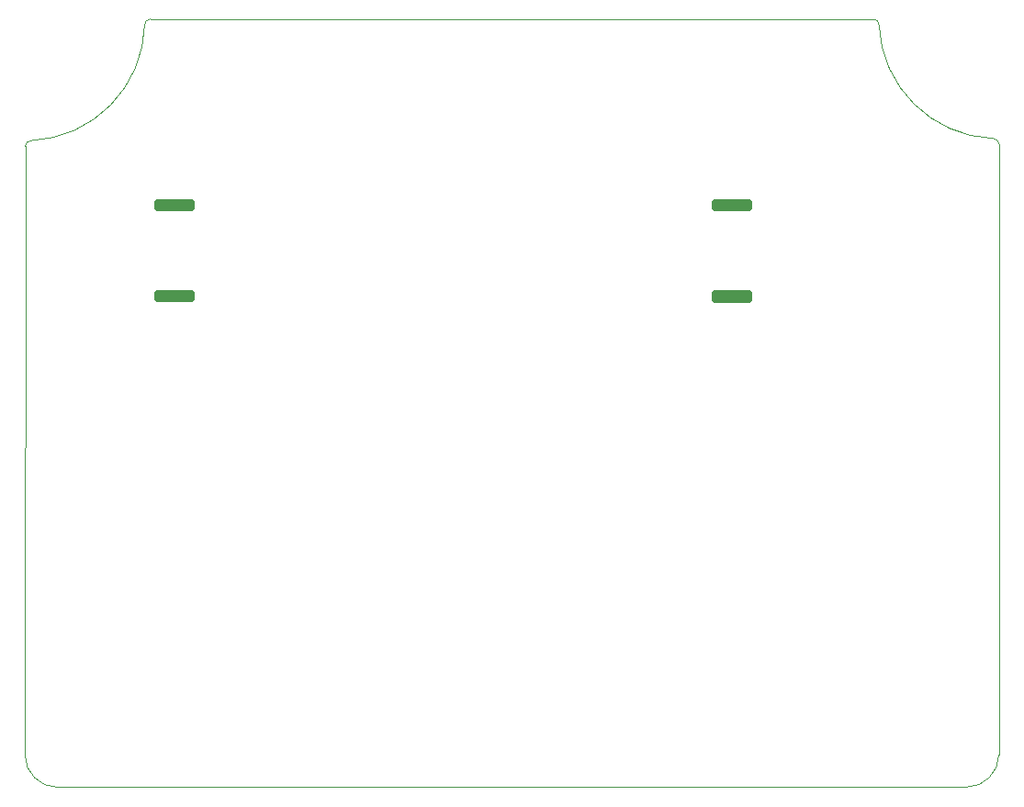
<source format=gbr>
%TF.GenerationSoftware,KiCad,Pcbnew,(6.0.0-0)*%
%TF.CreationDate,2022-01-31T16:21:44-05:00*%
%TF.ProjectId,Valve Wizard Cab Sim,56616c76-6520-4576-997a-617264204361,rev?*%
%TF.SameCoordinates,PX187ff90PY69be500*%
%TF.FileFunction,Paste,Bot*%
%TF.FilePolarity,Positive*%
%FSLAX46Y46*%
G04 Gerber Fmt 4.6, Leading zero omitted, Abs format (unit mm)*
G04 Created by KiCad (PCBNEW (6.0.0-0)) date 2022-01-31 16:21:44*
%MOMM*%
%LPD*%
G01*
G04 APERTURE LIST*
%TA.AperFunction,Profile*%
%ADD10C,0.100000*%
%TD*%
%TA.AperFunction,Profile*%
%ADD11C,0.500000*%
%TD*%
G04 APERTURE END LIST*
D10*
X5360000Y11071320D02*
G75*
G03*
X8360000Y8071320I3000001J1D01*
G01*
X95150000Y67390000D02*
G75*
G03*
X94640000Y67900000I-510002J-2D01*
G01*
X5900624Y67700072D02*
G75*
G03*
X5390624Y67190072I2J-510002D01*
G01*
X5360000Y11071320D02*
X5390624Y67190072D01*
X16910624Y78900073D02*
G75*
G03*
X16400624Y78410696I-1J-510434D01*
G01*
X84098752Y78389376D02*
G75*
G03*
X83588752Y78899376I-510002J-2D01*
G01*
X92140000Y8071320D02*
X8360000Y8071320D01*
X5900624Y67700072D02*
G75*
G03*
X16400624Y78410696I-473508J10966267D01*
G01*
X92140000Y8071320D02*
G75*
G03*
X95140000Y11071320I-1J3000001D01*
G01*
X84098752Y78389376D02*
G75*
G03*
X94640000Y67900000I10950523J463299D01*
G01*
X95150000Y67390000D02*
X95140000Y11071320D01*
X16910624Y78900072D02*
X83588752Y78899376D01*
D11*
%TO.C,RV2*%
X68940000Y53020103D02*
X72140000Y53020103D01*
X72140000Y53020103D02*
X72140000Y53620103D01*
X72140000Y53620103D02*
X68940000Y53620103D01*
X68940000Y53620103D02*
X68940000Y53020103D01*
G36*
X68940000Y53020103D02*
G01*
X72140000Y53020103D01*
X72140000Y53620103D01*
X68940000Y53620103D01*
X68940000Y53020103D01*
G37*
X68940000Y61420103D02*
X72140000Y61420103D01*
X72140000Y61420103D02*
X72140000Y62020103D01*
X72140000Y62020103D02*
X68940000Y62020103D01*
X68940000Y62020103D02*
X68940000Y61420103D01*
G36*
X68940000Y61420103D02*
G01*
X72140000Y61420103D01*
X72140000Y62020103D01*
X68940000Y62020103D01*
X68940000Y61420103D01*
G37*
%TO.C,RV1*%
X17520000Y61430000D02*
X20720000Y61430000D01*
X20720000Y61430000D02*
X20720000Y62030000D01*
X20720000Y62030000D02*
X17520000Y62030000D01*
X17520000Y62030000D02*
X17520000Y61430000D01*
G36*
X17520000Y61430000D02*
G01*
X20720000Y61430000D01*
X20720000Y62030000D01*
X17520000Y62030000D01*
X17520000Y61430000D01*
G37*
X17520000Y53030000D02*
X20720000Y53030000D01*
X20720000Y53030000D02*
X20720000Y53630000D01*
X20720000Y53630000D02*
X17520000Y53630000D01*
X17520000Y53630000D02*
X17520000Y53030000D01*
G36*
X17520000Y53030000D02*
G01*
X20720000Y53030000D01*
X20720000Y53630000D01*
X17520000Y53630000D01*
X17520000Y53030000D01*
G37*
%TD*%
M02*

</source>
